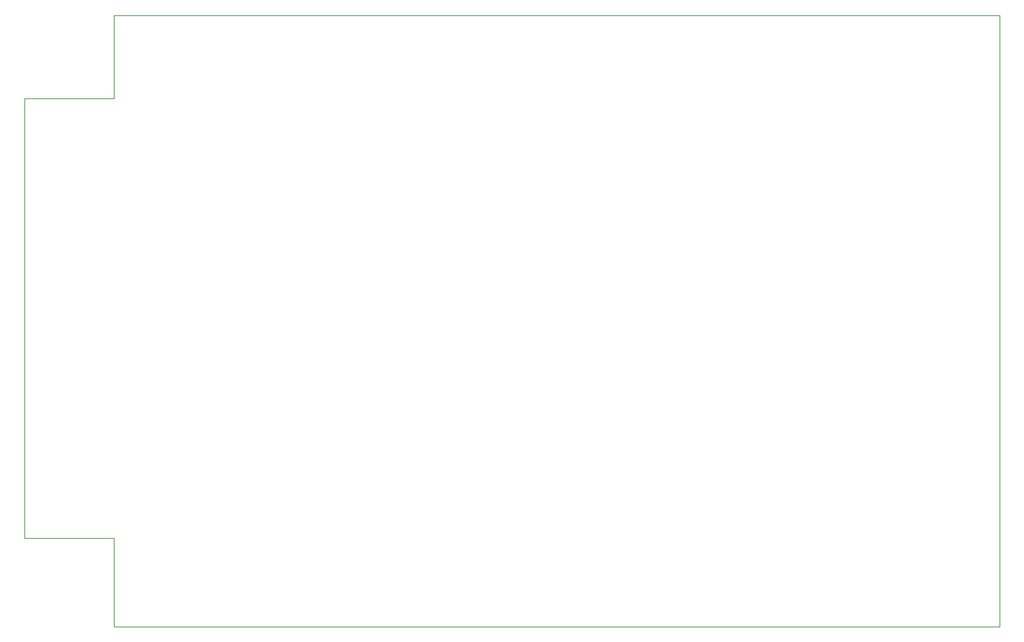
<source format=gbr>
%TF.GenerationSoftware,KiCad,Pcbnew,(6.0.5)*%
%TF.CreationDate,2022-05-12T13:06:52-07:00*%
%TF.ProjectId,TRS-IO-M1,5452532d-494f-42d4-9d31-2e6b69636164,rev?*%
%TF.SameCoordinates,Original*%
%TF.FileFunction,Profile,NP*%
%FSLAX46Y46*%
G04 Gerber Fmt 4.6, Leading zero omitted, Abs format (unit mm)*
G04 Created by KiCad (PCBNEW (6.0.5)) date 2022-05-12 13:06:52*
%MOMM*%
%LPD*%
G01*
G04 APERTURE LIST*
%TA.AperFunction,Profile*%
%ADD10C,0.050000*%
%TD*%
G04 APERTURE END LIST*
D10*
X113588800Y-130302000D02*
X220980000Y-130302000D01*
X102793800Y-119583200D02*
X102793800Y-66243200D01*
X113588900Y-66243200D02*
X113588900Y-56134000D01*
X220980000Y-56134000D02*
X220980000Y-130302000D01*
X113589000Y-56134000D02*
X220980000Y-56134000D01*
X113588800Y-119583200D02*
X113588800Y-130302000D01*
X102793800Y-119583200D02*
X113588800Y-119583200D01*
X102793800Y-66243200D02*
X113588800Y-66243200D01*
M02*

</source>
